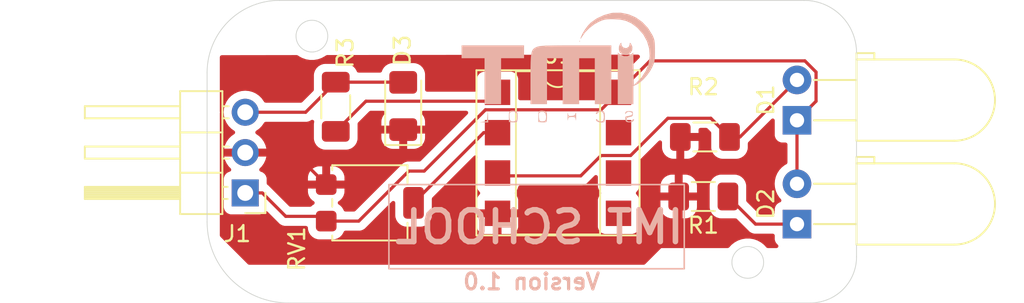
<source format=kicad_pcb>
(kicad_pcb (version 20240108) (generator "pcbnew") (generator_version "8.0")
  (layers (0 "F.Cu" signal) (31 "B.Cu" signal) (34 "B.Paste" user) (35 "F.Paste" user) (36 "B.SilkS" user "B.Silkscreen") (37 "F.SilkS" user "F.Silkscreen") (38 "B.Mask" user) (39 "F.Mask" user) (44 "Edge.Cuts" user))
  (net 0 "")
  (net 1 "+5V")
  (net 2 "Net-(D1-A)")
  (net 3 "Net-(D2-K)")
  (net 4 "GND")
  (net 5 "OUT")
  (net 6 "Net-(R3-Pad1)")
  (net 7 "Net-(U1A--)")
  (footprint "Resistor_SMD:R_1206_3216Metric_Pad1.30x1.75mm_HandSolder" (layer "F.Cu") (at 196.8 110.25 180)
    (property "Reference" "R1" (at 0 -1.82 0) (layer "F.SilkS"))
    (property "Value" "100")
    (fp_line (start -0.727064 0.91) (end 0.727064 0.91) (stroke (width 0.12)) (layer "F.SilkS"))
    (fp_line (start -0.727064 -0.91) (end 0.727064 -0.91) (stroke (width 0.12)) (layer "F.SilkS"))
    (pad "1" smd roundrect (at -1.55 0 180) (size 1.3 1.75) (layers "F.Cu" "F.Paste" "F.Mask") (roundrect_rratio 0.192308) (net 3 "Net-(D2-K)"))
    (pad "2" smd roundrect (at 1.55 0 180) (size 1.3 1.75) (layers "F.Cu" "F.Paste" "F.Mask") (roundrect_rratio 0.192308) (net 4 "GND"))
  )
  (footprint "Potentiometer_SMD:Potentiometer_Bourns_3314G_Vertical" (layer "F.Cu") (at 175.8 110.65 90)
    (property "Reference" "RV1" (at -2.9 -4.6 90) (layer "F.SilkS"))
    (property "Value" "10K")
    (fp_line (start 2.37 -2.37) (end 2.37 2.37) (stroke (width 0.12)) (layer "F.SilkS"))
    (fp_line (start 2.06 -2.37) (end 2.37 -2.37) (stroke (width 0.12)) (layer "F.SilkS"))
    (fp_line (start -0.24 -2.37) (end 0.24 -2.37) (stroke (width 0.12)) (layer "F.SilkS"))
    (fp_line (start -2.37 -2.37) (end -2.06 -2.37) (stroke (width 0.12)) (layer "F.SilkS"))
    (fp_line (start -2.37 -2.37) (end -2.37 2.37) (stroke (width 0.12)) (layer "F.SilkS"))
    (fp_line (start 1.26 2.37) (end 2.37 2.37) (stroke (width 0.12)) (layer "F.SilkS"))
    (fp_line (start -2.37 2.37) (end -1.26 2.37) (stroke (width 0.12)) (layer "F.SilkS"))
    (pad "1" smd roundrect (at -1.15 -2.75 90) (size 1.3 1.3) (layers "F.Cu" "F.Paste" "F.Mask") (roundrect_rratio 0.1923076923) (net 1 "+5V"))
    (pad "2" smd roundrect (at 0 2.75 90) (size 2 1.3) (layers "F.Cu" "F.Paste" "F.Mask") (roundrect_rratio 0.1923076923) (net 7 "Net-(U1A--)"))
    (pad "3" smd roundrect (at 1.15 -2.75 90) (size 1.3 1.3) (layers "F.Cu" "F.Paste" "F.Mask") (roundrect_rratio 0.1923076923) (net 4 "GND"))
  )
  (footprint "LED_SMD:LED_1206_3216Metric_Pad1.42x1.75mm_HandSolder" (layer "F.Cu") (at 177.9 104.55 90)
    (property "Reference" "D3" (at 3.5 -0.05 90) (layer "F.SilkS"))
    (property "Value" "LED")
    (fp_line (start 1.6 -1.135) (end -2.46 -1.135) (stroke (width 0.12)) (layer "F.SilkS"))
    (fp_line (start -2.46 -1.135) (end -2.46 1.135) (stroke (width 0.12)) (layer "F.SilkS"))
    (fp_line (start -2.46 1.135) (end 1.6 1.135) (stroke (width 0.12)) (layer "F.SilkS"))
    (pad "1" smd roundrect (at -1.4875 0 90) (size 1.425 1.75) (layers "F.Cu" "F.Paste" "F.Mask") (roundrect_rratio 0.175439) (net 4 "GND"))
    (pad "2" smd roundrect (at 1.4875 0 90) (size 1.425 1.75) (layers "F.Cu" "F.Paste" "F.Mask") (roundrect_rratio 0.175439) (net 5 "OUT"))
  )
  (footprint "LED_THT:LED_D5.0mm_Horizontal_O3.81mm_Z3.0mm" (layer "F.Cu") (at 202.7 105.45 90)
    (property "Reference" "D1" (at 1.27 -1.96 90) (layer "F.SilkS"))
    (property "Value" "PHOTO DIODE")
    (fp_line (start 2.54 1.08) (end 2.54 1.08) (stroke (width 0.12)) (layer "F.SilkS"))
    (fp_line (start 2.54 1.08) (end 2.54 3.75) (stroke (width 0.12)) (layer "F.SilkS"))
    (fp_line (start 0 1.08) (end 0 1.08) (stroke (width 0.12)) (layer "F.SilkS"))
    (fp_line (start 0 1.08) (end 0 3.75) (stroke (width 0.12)) (layer "F.SilkS"))
    (fp_line (start 4.23 3.75) (end 4.23 4.87) (stroke (width 0.12)) (layer "F.SilkS"))
    (fp_line (start 3.83 3.75) (end 4.23 3.75) (stroke (width 0.12)) (layer "F.SilkS"))
    (fp_line (start 3.83 3.75) (end 3.83 9.91) (stroke (width 0.12)) (layer "F.SilkS"))
    (fp_line (start 2.54 3.75) (end 2.54 1.08) (stroke (width 0.12)) (layer "F.SilkS"))
    (fp_line (start 2.54 3.75) (end 2.54 3.75) (stroke (width 0.12)) (layer "F.SilkS"))
    (fp_line (start 0 3.75) (end 0 1.08) (stroke (width 0.12)) (layer "F.SilkS"))
    (fp_line (start 0 3.75) (end 0 3.75) (stroke (width 0.12)) (layer "F.SilkS"))
    (fp_line (start -1.29 3.75) (end 3.83 3.75) (stroke (width 0.12)) (layer "F.SilkS"))
    (fp_line (start -1.29 3.75) (end -1.29 9.91) (stroke (width 0.12)) (layer "F.SilkS"))
    (fp_line (start 4.23 4.87) (end 3.83 4.87) (stroke (width 0.12)) (layer "F.SilkS"))
    (fp_line (start 3.83 4.87) (end 3.83 3.75) (stroke (width 0.12)) (layer "F.SilkS"))
    (fp_arc (start 3.83 9.91) (mid 1.27 12.47) (end -1.29 9.91) (stroke (width 0.12)) (layer "F.SilkS"))
    (pad "1" thru_hole rect (at 0 0 90) (size 1.8 1.8) (drill 0.9) (layers "*.Cu" "*.Mask") (net 1 "+5V"))
    (pad "2" thru_hole circle (at 2.54 0 90) (size 1.8 1.8) (drill 0.9) (layers "*.Cu" "*.Mask") (net 2 "Net-(D1-A)"))
  )
  (footprint "LED_THT:LED_D5.0mm_Horizontal_O3.81mm_Z3.0mm" (layer "F.Cu") (at 202.7 111.99 90)
    (property "Reference" "D2" (at 1.27 -1.96 90) (layer "F.SilkS"))
    (property "Value" "IR LED")
    (fp_line (start 2.54 1.08) (end 2.54 1.08) (stroke (width 0.12)) (layer "F.SilkS"))
    (fp_line (start 2.54 1.08) (end 2.54 3.75) (stroke (width 0.12)) (layer "F.SilkS"))
    (fp_line (start 0 1.08) (end 0 1.08) (stroke (width 0.12)) (layer "F.SilkS"))
    (fp_line (start 0 1.08) (end 0 3.75) (stroke (width 0.12)) (layer "F.SilkS"))
    (fp_line (start 4.23 3.75) (end 4.23 4.87) (stroke (width 0.12)) (layer "F.SilkS"))
    (fp_line (start 3.83 3.75) (end 4.23 3.75) (stroke (width 0.12)) (layer "F.SilkS"))
    (fp_line (start 3.83 3.75) (end 3.83 9.91) (stroke (width 0.12)) (layer "F.SilkS"))
    (fp_line (start 2.54 3.75) (end 2.54 1.08) (stroke (width 0.12)) (layer "F.SilkS"))
    (fp_line (start 2.54 3.75) (end 2.54 3.75) (stroke (width 0.12)) (layer "F.SilkS"))
    (fp_line (start 0 3.75) (end 0 1.08) (stroke (width 0.12)) (layer "F.SilkS"))
    (fp_line (start 0 3.75) (end 0 3.75) (stroke (width 0.12)) (layer "F.SilkS"))
    (fp_line (start -1.29 3.75) (end 3.83 3.75) (stroke (width 0.12)) (layer "F.SilkS"))
    (fp_line (start -1.29 3.75) (end -1.29 9.91) (stroke (width 0.12)) (layer "F.SilkS"))
    (fp_line (start 4.23 4.87) (end 3.83 4.87) (stroke (width 0.12)) (layer "F.SilkS"))
    (fp_line (start 3.83 4.87) (end 3.83 3.75) (stroke (width 0.12)) (layer "F.SilkS"))
    (fp_arc (start 3.83 9.91) (mid 1.27 12.47) (end -1.29 9.91) (stroke (width 0.12)) (layer "F.SilkS"))
    (pad "1" thru_hole rect (at 0 0 90) (size 1.8 1.8) (drill 0.9) (layers "*.Cu" "*.Mask") (net 3 "Net-(D2-K)"))
    (pad "2" thru_hole circle (at 2.54 0 90) (size 1.8 1.8) (drill 0.9) (layers "*.Cu" "*.Mask") (net 1 "+5V"))
  )
  (footprint "Resistor_SMD:R_1206_3216Metric_Pad1.30x1.75mm_HandSolder" (layer "F.Cu") (at 196.9 106.5 180)
    (property "Reference" "R2" (at 0.1 3.15 0) (layer "F.SilkS"))
    (property "Value" "10K")
    (fp_line (start -0.727064 0.91) (end 0.727064 0.91) (stroke (width 0.12)) (layer "F.SilkS"))
    (fp_line (start -0.727064 -0.91) (end 0.727064 -0.91) (stroke (width 0.12)) (layer "F.SilkS"))
    (pad "1" smd roundrect (at -1.55 0 180) (size 1.3 1.75) (layers "F.Cu" "F.Paste" "F.Mask") (roundrect_rratio 0.192308) (net 2 "Net-(D1-A)"))
    (pad "2" smd roundrect (at 1.55 0 180) (size 1.3 1.75) (layers "F.Cu" "F.Paste" "F.Mask") (roundrect_rratio 0.192308) (net 4 "GND"))
  )
  (footprint "Package_DIP:DIP-8_W7.62mm_SMDSocket_SmallPads" (layer "F.Cu") (at 187.65 107.5)
    (property "Reference" "U1" (at 0 -6.14 0) (layer "F.SilkS"))
    (property "Value" "LM358")
    (fp_line (start -5.14 -5.2) (end -5.14 5.2) (stroke (width 0.12)) (layer "F.SilkS"))
    (fp_line (start -5.14 5.2) (end 5.14 5.2) (stroke (width 0.12)) (layer "F.SilkS"))
    (fp_line (start -2.65 -5.14) (end -2.65 5.14) (stroke (width 0.12)) (layer "F.SilkS"))
    (fp_line (start -2.65 5.14) (end 2.65 5.14) (stroke (width 0.12)) (layer "F.SilkS"))
    (fp_line (start -1 -5.14) (end -2.65 -5.14) (stroke (width 0.12)) (layer "F.SilkS"))
    (fp_line (start 2.65 -5.14) (end 1 -5.14) (stroke (width 0.12)) (layer "F.SilkS"))
    (fp_line (start 2.65 5.14) (end 2.65 -5.14) (stroke (width 0.12)) (layer "F.SilkS"))
    (fp_line (start 5.14 -5.2) (end -5.14 -5.2) (stroke (width 0.12)) (layer "F.SilkS"))
    (fp_line (start 5.14 5.2) (end 5.14 -5.2) (stroke (width 0.12)) (layer "F.SilkS"))
    (fp_arc (start 1 -5.14) (mid 0 -4.14) (end -1 -5.14) (stroke (width 0.12)) (layer "F.SilkS"))
    (pad "1" smd rect (at -3.81 -3.81) (size 1.6 1.6) (layers "F.Cu" "F.Paste" "F.Mask") (net 6 "Net-(R3-Pad1)"))
    (pad "2" smd rect (at -3.81 -1.27) (size 1.6 1.6) (layers "F.Cu" "F.Paste" "F.Mask") (net 7 "Net-(U1A--)"))
    (pad "3" smd rect (at -3.81 1.27) (size 1.6 1.6) (layers "F.Cu" "F.Paste" "F.Mask") (net 2 "Net-(D1-A)"))
    (pad "4" smd rect (at -3.81 3.81) (size 1.6 1.6) (layers "F.Cu" "F.Paste" "F.Mask") (net 4 "GND"))
    (pad "5" smd rect (at 3.81 3.81) (size 1.6 1.6) (layers "F.Cu" "F.Paste" "F.Mask"))
    (pad "6" smd rect (at 3.81 1.27) (size 1.6 1.6) (layers "F.Cu" "F.Paste" "F.Mask"))
    (pad "7" smd rect (at 3.81 -1.27) (size 1.6 1.6) (layers "F.Cu" "F.Paste" "F.Mask"))
    (pad "8" smd rect (at 3.81 -3.81) (size 1.6 1.6) (layers "F.Cu" "F.Paste" "F.Mask") (net 1 "+5V"))
  )
  (footprint "Connector_PinHeader_2.54mm:PinHeader_1x03_P2.54mm_Horizontal" (layer "F.Cu") (at 167.95 110.025 180)
    (property "Reference" "J1" (at 0.5 -2.575 0) (layer "F.SilkS"))
    (property "Value" "Conn_01x03_Pin")
    (fp_line (start 10.1 5.46) (end 4.1 5.46) (stroke (width 0.12)) (layer "F.SilkS"))
    (fp_line (start 10.1 4.7) (end 10.1 5.46) (stroke (width 0.12)) (layer "F.SilkS"))
    (fp_line (start 10.1 2.92) (end 4.1 2.92) (stroke (width 0.12)) (layer "F.SilkS"))
    (fp_line (start 10.1 2.16) (end 10.1 2.92) (stroke (width 0.12)) (layer "F.SilkS"))
    (fp_line (start 10.1 0.38) (end 4.1 0.38) (stroke (width 0.12)) (layer "F.SilkS"))
    (fp_line (start 10.1 -0.38) (end 10.1 0.38) (stroke (width 0.12)) (layer "F.SilkS"))
    (fp_line (start 4.1 6.41) (end 4.1 -1.33) (stroke (width 0.12)) (layer "F.SilkS"))
    (fp_line (start 4.1 4.7) (end 10.1 4.7) (stroke (width 0.12)) (layer "F.SilkS"))
    (fp_line (start 4.1 2.16) (end 10.1 2.16) (stroke (width 0.12)) (layer "F.SilkS"))
    (fp_line (start 4.1 0.28) (end 10.1 0.28) (stroke (width 0.12)) (layer "F.SilkS"))
    (fp_line (start 4.1 0.16) (end 10.1 0.16) (stroke (width 0.12)) (layer "F.SilkS"))
    (fp_line (start 4.1 0.04) (end 10.1 0.04) (stroke (width 0.12)) (layer "F.SilkS"))
    (fp_line (start 4.1 -0.08) (end 10.1 -0.08) (stroke (width 0.12)) (layer "F.SilkS"))
    (fp_line (start 4.1 -0.2) (end 10.1 -0.2) (stroke (width 0.12)) (layer "F.SilkS"))
    (fp_line (start 4.1 -0.32) (end 10.1 -0.32) (stroke (width 0.12)) (layer "F.SilkS"))
    (fp_line (start 4.1 -0.38) (end 10.1 -0.38) (stroke (width 0.12)) (layer "F.SilkS"))
    (fp_line (start 4.1 -1.33) (end 1.44 -1.33) (stroke (width 0.12)) (layer "F.SilkS"))
    (fp_line (start 1.44 6.41) (end 4.1 6.41) (stroke (width 0.12)) (layer "F.SilkS"))
    (fp_line (start 1.44 3.81) (end 4.1 3.81) (stroke (width 0.12)) (layer "F.SilkS"))
    (fp_line (start 1.44 1.27) (end 4.1 1.27) (stroke (width 0.12)) (layer "F.SilkS"))
    (fp_line (start 1.44 -1.33) (end 1.44 6.41) (stroke (width 0.12)) (layer "F.SilkS"))
    (fp_line (start 1.11 0.38) (end 1.44 0.38) (stroke (width 0.12)) (layer "F.SilkS"))
    (fp_line (start 1.11 -0.38) (end 1.44 -0.38) (stroke (width 0.12)) (layer "F.SilkS"))
    (fp_line (start 1.042929 5.46) (end 1.44 5.46) (stroke (width 0.12)) (layer "F.SilkS"))
    (fp_line (start 1.042929 4.7) (end 1.44 4.7) (stroke (width 0.12)) (layer "F.SilkS"))
    (fp_line (start 1.042929 2.92) (end 1.44 2.92) (stroke (width 0.12)) (layer "F.SilkS"))
    (fp_line (start 1.042929 2.16) (end 1.44 2.16) (stroke (width 0.12)) (layer "F.SilkS"))
    (fp_line (start -1.27 0) (end -1.27 -1.27) (stroke (width 0.12)) (layer "F.SilkS"))
    (fp_line (start -1.27 -1.27) (end 0 -1.27) (stroke (width 0.12)) (layer "F.SilkS"))
    (pad "1" thru_hole rect (at 0 0 180) (size 1.7 1.7) (drill 1) (layers "*.Cu" "*.Mask") (net 1 "+5V"))
    (pad "2" thru_hole oval (at 0 2.54 180) (size 1.7 1.7) (drill 1) (layers "*.Cu" "*.Mask") (net 4 "GND"))
    (pad "3" thru_hole oval (at 0 5.08 180) (size 1.7 1.7) (drill 1) (layers "*.Cu" "*.Mask") (net 5 "OUT"))
  )
  (footprint "Resistor_SMD:R_1206_3216Metric_Pad1.30x1.75mm_HandSolder" (layer "F.Cu") (at 173.65 104.6 90)
    (property "Reference" "R3" (at 3.4 0.6 90) (layer "F.SilkS"))
    (property "Value" "330")
    (fp_line (start -0.727064 -0.91) (end 0.727064 -0.91) (stroke (width 0.12)) (layer "F.SilkS"))
    (fp_line (start -0.727064 0.91) (end 0.727064 0.91) (stroke (width 0.12)) (layer "F.SilkS"))
    (pad "1" smd roundrect (at -1.55 0 90) (size 1.3 1.75) (layers "F.Cu" "F.Paste" "F.Mask") (roundrect_rratio 0.192308) (net 6 "Net-(R3-Pad1)"))
    (pad "2" smd roundrect (at 1.55 0 90) (size 1.3 1.75) (layers "F.Cu" "F.Paste" "F.Mask") (roundrect_rratio 0.192308) (net 5 "OUT"))
  )
  (footprint "logo_Footprints:IMT_LOGO2" (layer "B.Cu") (at 187.825 102.12 180)
    (property "Reference" "G***" (hide yes))
    (property "Value" "LOGO" (hide yes))
    (fp_poly (pts (xy -1.157176 1.648975) (xy -1.186105 1.620046) (xy -1.215034 1.648975) (xy -1.186105 1.677905)) (fill solid) (layer "B.SilkS"))
    (fp_poly (pts (xy 4.623963 -3.037585) (xy 4.657631 -3.384738) (xy 4.889066 -3.419921) (xy 5.120501 -3.455105) (xy 4.845672 -3.463315) (xy 4.570843 -3.471526) (xy 4.580569 -3.080979) (xy 4.590296 -2.690433)) (fill solid) (layer "B.SilkS"))
    (fp_poly (pts (xy 6.248747 0.983599) (xy 6.248747 0.578588) (xy 5.525512 0.578588) (xy 4.802278 0.578588) (xy 4.802278 -0.867881) (xy 4.802278 -2.314351) (xy 4.281549 -2.314351) (xy 3.76082 -2.314351) (xy 3.76082 -0.867881) (xy 3.76082 0.578588) (xy 3.037585 0.578588) (xy 2.314351 0.578588) (xy 2.314351 0.983599) (xy 2.314351 1.388611) (xy 4.281549 1.388611) (xy 6.248747 1.388611)) (fill solid) (layer "B.SilkS"))
    (fp_poly (pts (xy -4.343855 1.538609) (xy -4.341248 1.472506) (xy -4.289829 1.312655) (xy -4.157077 1.224878) (xy -4.079044 1.215034) (xy -3.917977 1.263834) (xy -3.827916 1.394848) (xy -3.816839 1.472506) (xy -3.810663 1.554854) (xy -3.778894 1.541174) (xy -3.730051 1.478805) (xy -3.660099 1.313949) (xy -3.652802 1.123166) (xy -3.706668 0.958453) (xy -3.746356 0.910286) (xy -3.906271 0.817401) (xy -4.092958 0.776313) (xy -4.22369 0.792008) (xy -4.400548 0.913193) (xy -4.499107 1.091991) (xy -4.509338 1.294696) (xy -4.428036 1.478805) (xy -4.36441 1.556087)) (fill solid) (layer "B.SilkS"))
    (fp_poly (pts (xy -0.936986 -2.847146) (xy -0.9331 -2.864009) (xy -0.891379 -2.982634) (xy -0.807377 -3.037072) (xy -0.68349 -3.055309) (xy -0.542226 -3.058862) (xy -0.477277 -3.018725) (xy -0.450287 -2.906733) (xy -0.44711 -2.881733) (xy -0.435992 -2.839694) (xy -0.427697 -2.900064) (xy -0.423691 -3.049546) (xy -0.423531 -3.095444) (xy -0.42631 -3.264151) (xy -0.433677 -3.347316) (xy -0.444175 -3.331404) (xy -0.446866 -3.312414) (xy -0.472074 -3.190116) (xy -0.531407 -3.136979) (xy -0.66237 -3.124501) (xy -0.694306 -3.124373) (xy -0.841103 -3.13279) (xy -0.909922 -3.177042) (xy -0.938268 -3.285631) (xy -0.941745 -3.312414) (xy -0.953043 -3.352906) (xy -0.962017 -3.291219) (xy -0.967061 -3.140888) (xy -0.967494 -3.095444) (xy -0.964791 -2.906917) (xy -0.954359 -2.822385)) (fill solid) (layer "B.SilkS"))
    (fp_poly (pts (xy -2.341988 -2.749551) (xy -2.24631 -2.819763) (xy -2.207627 -2.899465) (xy -2.223658 -2.937249) (xy -2.280107 -2.929507) (xy -2.321566 -2.877992) (xy -2.425342 -2.791321) (xy -2.559211 -2.791592) (xy -2.658153 -2.859971) (xy -2.698808 -2.969296) (xy -2.710503 -3.131976) (xy -2.708631 -3.16373) (xy -2.683517 -3.313823) (xy -2.625857 -3.383816) (xy -2.549028 -3.404697) (xy -2.397795 -3.378707) (xy -2.332655 -3.322133) (xy -2.259539 -3.256169) (xy -2.219916 -3.257381) (xy -2.220232 -3.325885) (xy -2.255332 -3.38334) (xy -2.356612 -3.440223) (xy -2.509319 -3.469717) (xy -2.65773 -3.466101) (xy -2.738649 -3.432953) (xy -2.760512 -3.357461) (xy -2.774491 -3.206164) (xy -2.777221 -3.091991) (xy -2.764072 -2.888849) (xy -2.710843 -2.775402) (xy -2.596869 -2.727269) (xy -2.46135 -2.719362)) (fill solid) (layer "B.SilkS"))
    (fp_poly (pts (xy 3.132953 -2.729031) (xy 3.208711 -2.749565) (xy 3.249548 -2.802867) (xy 3.266099 -2.917576) (xy 3.26902 -3.095444) (xy 3.26902 -3.442597) (xy 3.035486 -3.459784) (xy 2.878311 -3.461278) (xy 2.77426 -3.443847) (xy 2.760657 -3.435676) (xy 2.737402 -3.358667) (xy 2.722424 -3.205854) (xy 2.719558 -3.094521) (xy 2.777221 -3.094521) (xy 2.794001 -3.278997) (xy 2.85862 -3.373125) (xy 2.992496 -3.399218) (xy 3.066515 -3.395895) (xy 3.156035 -3.376102) (xy 3.202479 -3.313693) (xy 3.224095 -3.177015) (xy 3.228599 -3.114751) (xy 3.231764 -2.944442) (xy 3.20516 -2.854357) (xy 3.137599 -2.810504) (xy 3.127346 -2.807093) (xy 2.945587 -2.784161) (xy 2.830941 -2.854347) (xy 2.780369 -3.020147) (xy 2.777221 -3.094521) (xy 2.719558 -3.094521) (xy 2.719362 -3.086903) (xy 2.724906 -2.905295) (xy 2.750225 -2.807059) (xy 2.808352 -2.760045) (xy 2.858124 -2.744598) (xy 3.028678 -2.724348)) (fill solid) (layer "B.SilkS"))
    (fp_poly (pts (xy 1.281472 -2.729031) (xy 1.357231 -2.749565) (xy 1.398068 -2.802867) (xy 1.414618 -2.917576) (xy 1.41754 -3.095444) (xy 1.41754 -3.442597) (xy 1.184005 -3.459784) (xy 1.026831 -3.461278) (xy 0.92278 -3.443847) (xy 0.909176 -3.435676) (xy 0.885921 -3.358667) (xy 0.870943 -3.205854) (xy 0.868904 -3.126636) (xy 0.92574 -3.126636) (xy 0.947154 -3.298911) (xy 1.02661 -3.382202) (xy 1.186933 -3.397751) (xy 1.215034 -3.395895) (xy 1.304163 -3.37632) (xy 1.350608 -3.314569) (xy 1.372348 -3.179149) (xy 1.377239 -3.111787) (xy 1.382133 -2.944278) (xy 1.358816 -2.85686) (xy 1.292585 -2.814697) (xy 1.246305 -2.801568) (xy 1.078041 -2.801888) (xy 0.970187 -2.899291) (xy 0.926521 -3.089947) (xy 0.92574 -3.126636) (xy 0.868904 -3.126636) (xy 0.867881 -3.086903) (xy 0.873425 -2.905295) (xy 0.898744 -2.807059) (xy 0.956871 -2.760045) (xy 1.006643 -2.744598) (xy 1.177198 -2.724348)) (fill solid) (layer "B.SilkS"))
    (fp_poly (pts (xy -4.154978 -2.760342) (xy -4.080476 -2.806427) (xy -4.060173 -2.864009) (xy -4.049953 -2.944106) (xy -4.077501 -2.928232) (xy -4.122702 -2.869942) (xy -4.223586 -2.792319) (xy -4.363179 -2.799685) (xy -4.486407 -2.859785) (xy -4.50939 -2.936834) (xy -4.440785 -3.008658) (xy -4.289251 -3.053081) (xy -4.263213 -3.055745) (xy -4.120723 -3.0749) (xy -4.06275 -3.120933) (xy -4.058176 -3.225037) (xy -4.061189 -3.25825) (xy -4.086415 -3.383183) (xy -4.154426 -3.439522) (xy -4.286501 -3.459987) (xy -4.479447 -3.444026) (xy -4.569576 -3.386265) (xy -4.615114 -3.296911) (xy -4.60742 -3.257381) (xy -4.549295 -3.266795) (xy -4.49468 -3.322133) (xy -4.389892 -3.396924) (xy -4.266332 -3.404781) (xy -4.167953 -3.352229) (xy -4.136902 -3.26902) (xy -4.167464 -3.182556) (xy -4.276911 -3.135275) (xy -4.339408 -3.124373) (xy -4.47629 -3.092779) (xy -4.532177 -3.028848) (xy -4.541914 -2.921868) (xy -4.532724 -2.810435) (xy -4.483014 -2.760994) (xy -4.359569 -2.748551) (xy -4.311271 -2.748291)) (fill solid) (layer "B.SilkS"))
    (fp_poly (pts (xy -0.373214 1.38802) (xy 0.105229 1.385963) (xy 0.491018 1.382011) (xy 0.795682 1.375734) (xy 1.030751 1.366705) (xy 1.207753 1.354494) (xy 1.33822 1.338672) (xy 1.433678 1.318811) (xy 1.498699 1.297324) (xy 1.611621 1.247368) (xy 1.701722 1.189159) (xy 1.771571 1.109913) (xy 1.823737 0.996846) (xy 1.860787 0.837176) (xy 1.885291 0.618119) (xy 1.899817 0.326891) (xy 1.906934 -0.049291) (xy 1.909209 -0.523211) (xy 1.909339 -0.746443) (xy 1.909339 -2.314351) (xy 1.38861 -2.314351) (xy 0.867881 -2.314351) (xy 0.867881 -0.867881) (xy 0.867881 0.578588) (xy 0.376082 0.578588) (xy -0.115718 0.578588) (xy -0.115718 -0.867881) (xy -0.115718 -2.314351) (xy -0.636447 -2.314351) (xy -1.157176 -2.314351) (xy -1.157176 -0.867881) (xy -1.157176 0.578588) (xy -1.648975 0.578588) (xy -2.140775 0.578588) (xy -2.140775 -0.867881) (xy -2.140775 -2.314351) (xy -2.661504 -2.314351) (xy -3.182233 -2.314351) (xy -3.182233 -0.46287) (xy -3.182233 1.388611) (xy -0.955841 1.388611)) (fill solid) (layer "B.SilkS"))
    (fp_poly (pts (xy -3.285609 3.440607) (xy -3.175909 3.424545) (xy -2.708508 3.296592) (xy -2.259036 3.085127) (xy -1.88041 2.817905) (xy -1.705695 2.634488) (xy -1.528049 2.396847) (xy -1.37352 2.144761) (xy -1.268156 1.918012) (xy -1.247585 1.851481) (xy -1.239007 1.787246) (xy -1.272398 1.823154) (xy -1.326936 1.917263) (xy -1.526509 2.198033) (xy -1.802943 2.475263) (xy -2.120897 2.717099) (xy -2.372044 2.859276) (xy -2.56508 2.945234) (xy -2.72762 2.998006) (xy -2.900279 3.025314) (xy -3.123672 3.034881) (xy -3.29795 3.035321) (xy -3.740774 3.009416) (xy -4.108768 2.927673) (xy -4.434241 2.777986) (xy -4.749501 2.548244) (xy -4.859907 2.449925) (xy -5.194136 2.067467) (xy -5.42848 1.641432) (xy -5.562763 1.186969) (xy -5.59681 0.719224) (xy -5.530447 0.253345) (xy -5.363498 -0.195522) (xy -5.095787 -0.612227) (xy -4.897848 -0.82974) (xy -4.599772 -1.120166) (xy -4.58396 -0.094074) (xy -4.568147 0.932019) (xy -4.417046 0.813162) (xy -4.203015 0.712741) (xy -3.967563 0.710299) (xy -3.750738 0.805774) (xy -3.739694 0.814222) (xy -3.587244 0.934139) (xy -3.587244 -0.690106) (xy -3.587244 -2.314351) (xy -4.079044 -2.314351) (xy -4.570843 -2.314351) (xy -4.570843 -1.742782) (xy -4.570843 -1.171214) (xy -4.752413 -1.096005) (xy -4.96847 -0.965728) (xy -5.204726 -0.756998) (xy -5.435595 -0.497632) (xy -5.635488 -0.215451) (xy -5.743762 -0.018228) (xy -5.825174 0.160703) (xy -5.87872 0.308685) (xy -5.910207 0.458665) (xy -5.925441 0.643592) (xy -5.93023 0.896412) (xy -5.930524 1.041458) (xy -5.928272 1.338182) (xy -5.918098 1.550568) (xy -5.894874 1.709961) (xy -5.853472 1.847708) (xy -5.788765 1.995155) (xy -5.767275 2.039387) (xy -5.489323 2.485648) (xy -5.137467 2.857318) (xy -4.726437 3.146523) (xy -4.270963 3.345389) (xy -3.785777 3.446042)) (fill solid) (layer "B.SilkS"))
  )
  (gr_rect (start 177 109.5) (end 195.6 114.8) (stroke (width 0.1)) (fill none) (layer "B.SilkS"))
  (gr_line (start 203.15 97.9) (end 170.1 97.9) (stroke (width 0.05)) (layer "Edge.Cuts"))
  (gr_line (start 170.65 116.95) (end 203.55 116.95) (stroke (width 0.05)) (layer "Edge.Cuts"))
  (gr_line (start 206.45 114.05) (end 206.45 101.2) (stroke (width 0.05)) (layer "Edge.Cuts"))
  (gr_arc (start 203.15 97.9) (mid 205.483452 98.866548) (end 206.45 101.2) (stroke (width 0.05)) (layer "Edge.Cuts"))
  (gr_circle (center 199.6 114.4) (end 199.6 113.4) (stroke (width 0.05)) (fill none) (layer "Edge.Cuts"))
  (gr_circle (center 172.15 100.15) (end 172.15 99.15) (stroke (width 0.05)) (fill none) (layer "Edge.Cuts"))
  (gr_arc (start 170.65 116.95) (mid 167.043755 115.456245) (end 165.55 111.85) (stroke (width 0.05)) (layer "Edge.Cuts"))
  (gr_line (start 165.55 102.45) (end 165.55 111.85) (stroke (width 0.05)) (layer "Edge.Cuts"))
  (gr_arc (start 165.55 102.45) (mid 166.882664 99.232664) (end 170.1 97.9) (stroke (width 0.05)) (layer "Edge.Cuts"))
  (gr_arc (start 206.45 114.05) (mid 205.60061 116.10061) (end 203.55 116.95) (stroke (width 0.05)) (layer "Edge.Cuts"))
  (gr_text "IMT SCHOOL" (at 195.75 113.35 0) (layer "B.SilkS") (effects (font (size 2 2) (thickness 0.35) (bold yes)) (justify left bottom mirror)))
  (gr_text "Version 1.0" (at 190.4 116.2 0) (layer "B.SilkS") (effects (font (size 1 1) (thickness 0.2)) (justify left bottom mirror)))
  (segment (start 178.25 108.65) (end 179.22 108.65) (width 0.2) (layer "F.Cu") (net 1))
  (segment (start 203.197057 101.71) (end 193.44 101.71) (width 0.2) (layer "F.Cu") (net 1))
  (segment (start 202.7 105.45) (end 202.7 109.45) (width 0.2) (layer "F.Cu") (net 1))
  (segment (start 167.95 110.025) (end 169.025 110.025) (width 0.2) (layer "F.Cu") (net 1))
  (segment (start 203.9 102.412943) (end 203.197057 101.71) (width 0.2) (layer "F.Cu") (net 1))
  (segment (start 172.75 111.5) (end 173.05 111.8) (width 0.2) (layer "F.Cu") (net 1))
  (segment (start 190.36 104.79) (end 191.46 103.69) (width 0.2) (layer "F.Cu") (net 1))
  (segment (start 202.7 105.45) (end 203.9 104.25) (width 0.2) (layer "F.Cu") (net 1))
  (segment (start 203.9 104.25) (end 203.9 102.412943) (width 0.2) (layer "F.Cu") (net 1))
  (segment (start 170.5 111.5) (end 172.75 111.5) (width 0.2) (layer "F.Cu") (net 1))
  (segment (start 179.22 108.65) (end 183.08 104.79) (width 0.2) (layer "F.Cu") (net 1))
  (segment (start 183.08 104.79) (end 190.36 104.79) (width 0.2) (layer "F.Cu") (net 1))
  (segment (start 193.44 101.71) (end 191.46 103.69) (width 0.2) (layer "F.Cu") (net 1))
  (segment (start 169.025 110.025) (end 170.5 111.5) (width 0.2) (layer "F.Cu") (net 1))
  (segment (start 175.1 111.8) (end 178.25 108.65) (width 0.2) (layer "F.Cu") (net 1))
  (segment (start 173.05 111.8) (end 175.1 111.8) (width 0.2) (layer "F.Cu") (net 1))
  (segment (start 198.45 106.5) (end 199.11 106.5) (width 0.2) (layer "F.Cu") (net 2))
  (segment (start 192.22 107.67) (end 190.36 107.67) (width 0.2) (layer "F.Cu") (net 2))
  (segment (start 194.565 105.325) (end 192.22 107.67) (width 0.2) (layer "F.Cu") (net 2))
  (segment (start 184.02 108.95) (end 183.84 108.77) (width 0.2) (layer "F.Cu") (net 2))
  (segment (start 198.45 106.5) (end 197.275 105.325) (width 0.2) (layer "F.Cu") (net 2))
  (segment (start 190.36 107.67) (end 189.08 108.95) (width 0.2) (layer "F.Cu") (net 2))
  (segment (start 197.275 105.325) (end 194.565 105.325) (width 0.2) (layer "F.Cu") (net 2))
  (segment (start 199.11 106.5) (end 202.7 102.91) (width 0.2) (layer "F.Cu") (net 2))
  (segment (start 189.08 108.95) (end 184.02 108.95) (width 0.2) (layer "F.Cu") (net 2))
  (segment (start 200.09 111.99) (end 198.35 110.25) (width 0.2) (layer "F.Cu") (net 3))
  (segment (start 202.7 111.99) (end 200.09 111.99) (width 0.2) (layer "F.Cu") (net 3))
  (segment (start 171.035 107.485) (end 173.05 109.5) (width 0.2) (layer "F.Cu") (net 4))
  (segment (start 167.95 107.485) (end 171.035 107.485) (width 0.2) (layer "F.Cu") (net 4))
  (segment (start 167.95 104.945) (end 171.755 104.945) (width 0.2) (layer "F.Cu") (net 5))
  (segment (start 171.755 104.945) (end 173.65 103.05) (width 0.2) (layer "F.Cu") (net 5))
  (segment (start 177.8875 103.05) (end 177.9 103.0625) (width 0.2) (layer "F.Cu") (net 5))
  (segment (start 173.65 103.05) (end 177.8875 103.05) (width 0.2) (layer "F.Cu") (net 5))
  (segment (start 173.65 106.15) (end 175.55 104.25) (width 0.2) (layer "F.Cu") (net 6))
  (segment (start 175.55 104.25) (end 183.28 104.25) (width 0.2) (layer "F.Cu") (net 6))
  (segment (start 183.28 104.25) (end 183.84 103.69) (width 0.2) (layer "F.Cu") (net 6))
  (segment (start 178.55 110.65) (end 182.97 106.23) (width 0.2) (layer "F.Cu") (net 7))
  (segment (start 182.97 106.23) (end 183.84 106.23) (width 0.2) (layer "F.Cu") (net 7))
  (zone (net 4) (net_name "GND") (layer "F.Cu") (connect_pads (clearance 0.5)) (min_thickness 0.25) (fill yes (thermal_gap 0.5) (thermal_bridge_width 0.5))
    (polygon (pts (xy 166.35 101.35) (xy 166.35 112.75) (xy 168.15 114.55) (xy 193.1 114.55) (xy 194.15 113.5) (xy 204.25 113.5) (xy 204.8 112.95) (xy 204.8 101.3)))
  )
)
</source>
